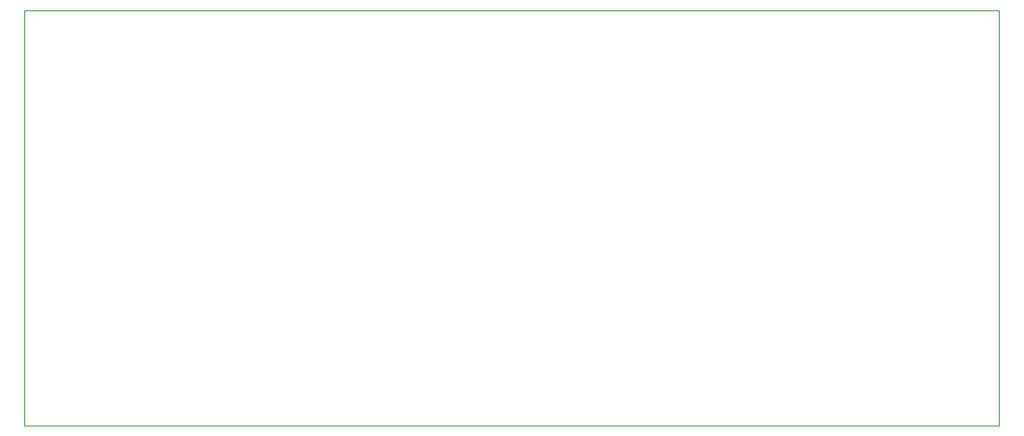
<source format=gbr>
%TF.GenerationSoftware,KiCad,Pcbnew,8.0.0*%
%TF.CreationDate,2024-03-13T03:04:33+09:00*%
%TF.ProjectId,esp32tester,65737033-3274-4657-9374-65722e6b6963,rev?*%
%TF.SameCoordinates,Original*%
%TF.FileFunction,Profile,NP*%
%FSLAX46Y46*%
G04 Gerber Fmt 4.6, Leading zero omitted, Abs format (unit mm)*
G04 Created by KiCad (PCBNEW 8.0.0) date 2024-03-13 03:04:33*
%MOMM*%
%LPD*%
G01*
G04 APERTURE LIST*
%TA.AperFunction,Profile*%
%ADD10C,0.050000*%
%TD*%
G04 APERTURE END LIST*
D10*
X36893500Y-77978000D02*
X131889500Y-77978000D01*
X131889500Y-118491000D01*
X36893500Y-118491000D01*
X36893500Y-77978000D01*
M02*

</source>
